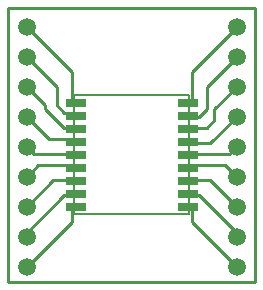
<source format=gtl>
G75*
%MOIN*%
%OFA0B0*%
%FSLAX25Y25*%
%IPPOS*%
%LPD*%
%AMOC8*
5,1,8,0,0,1.08239X$1,22.5*
%
%ADD10C,0.01000*%
%ADD11C,0.05937*%
%ADD12R,0.07087X0.02756*%
%ADD13C,0.00500*%
D10*
X0001500Y0001500D02*
X0084000Y0001500D01*
X0084000Y0092750D01*
X0001500Y0092750D01*
X0001500Y0001500D01*
X0007750Y0006500D02*
X0022750Y0021500D01*
X0022750Y0025152D01*
X0024098Y0026500D01*
X0023518Y0030250D02*
X0020250Y0030250D01*
X0007750Y0017750D01*
X0007750Y0016500D01*
X0007750Y0026500D02*
X0016500Y0035250D01*
X0024010Y0035250D01*
X0024098Y0035161D01*
X0024098Y0039492D02*
X0023341Y0040250D01*
X0011500Y0040250D01*
X0007750Y0036500D01*
X0010250Y0044000D02*
X0007750Y0046500D01*
X0010250Y0044000D02*
X0023921Y0044000D01*
X0024098Y0043823D01*
X0024098Y0048154D02*
X0023252Y0049000D01*
X0015250Y0049000D01*
X0007750Y0056500D01*
X0014000Y0059000D02*
X0014000Y0060250D01*
X0007750Y0066500D01*
X0014000Y0059000D02*
X0020250Y0052750D01*
X0023833Y0052750D01*
X0024098Y0052484D01*
X0024098Y0056815D02*
X0023163Y0057750D01*
X0020250Y0057750D01*
X0017750Y0060250D01*
X0017750Y0066500D01*
X0007750Y0076500D01*
X0007750Y0086500D02*
X0022750Y0071500D01*
X0022750Y0062494D01*
X0024098Y0061146D01*
X0024098Y0030831D02*
X0023518Y0030250D01*
X0061500Y0030831D02*
X0062081Y0030250D01*
X0065250Y0030250D01*
X0077750Y0017750D01*
X0077750Y0016500D01*
X0077750Y0006500D02*
X0062750Y0021500D01*
X0062750Y0025250D01*
X0061500Y0026500D01*
X0061500Y0035161D02*
X0061589Y0035250D01*
X0069000Y0035250D01*
X0077750Y0026500D01*
X0077750Y0036500D02*
X0074000Y0040250D01*
X0062258Y0040250D01*
X0061500Y0039492D01*
X0061500Y0043823D02*
X0061677Y0044000D01*
X0075250Y0044000D01*
X0077750Y0046500D01*
X0070250Y0055250D02*
X0070250Y0059000D01*
X0077750Y0066500D01*
X0077750Y0056500D02*
X0069000Y0047750D01*
X0061904Y0047750D01*
X0061500Y0048154D01*
X0061500Y0052484D02*
X0061766Y0052750D01*
X0067750Y0052750D01*
X0070250Y0055250D01*
X0067750Y0059000D02*
X0067750Y0066500D01*
X0077750Y0076500D01*
X0077750Y0086500D02*
X0062750Y0071500D01*
X0062750Y0062396D01*
X0061500Y0061146D01*
X0061500Y0056815D02*
X0061815Y0056500D01*
X0065250Y0056500D01*
X0067750Y0059000D01*
D11*
X0077750Y0056500D03*
X0077750Y0046500D03*
X0077750Y0036500D03*
X0077750Y0026500D03*
X0077750Y0016500D03*
X0077750Y0006500D03*
X0077750Y0066500D03*
X0077750Y0076500D03*
X0077750Y0086500D03*
X0007750Y0086500D03*
X0007750Y0076500D03*
X0007750Y0066500D03*
X0007750Y0056500D03*
X0007750Y0046500D03*
X0007750Y0036500D03*
X0007750Y0026500D03*
X0007750Y0016500D03*
X0007750Y0006500D03*
D12*
X0024098Y0026500D03*
X0024098Y0030831D03*
X0024098Y0035161D03*
X0024098Y0039492D03*
X0024098Y0043823D03*
X0024098Y0048154D03*
X0024098Y0052484D03*
X0024098Y0056815D03*
X0024098Y0061146D03*
X0061500Y0061146D03*
X0061500Y0056815D03*
X0061500Y0052484D03*
X0061500Y0048154D03*
X0061500Y0043823D03*
X0061500Y0039492D03*
X0061500Y0035161D03*
X0061500Y0030831D03*
X0061500Y0026500D03*
D13*
X0061894Y0023941D02*
X0023705Y0023941D01*
X0023705Y0063705D01*
X0061894Y0063705D01*
X0061894Y0023941D01*
M02*

</source>
